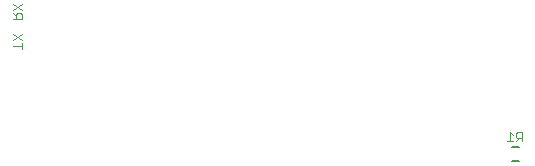
<source format=gbo>
G75*
G70*
%OFA0B0*%
%FSLAX24Y24*%
%IPPOS*%
%LPD*%
%AMOC8*
5,1,8,0,0,1.08239X$1,22.5*
%
%ADD10C,0.0030*%
%ADD11C,0.0060*%
D10*
X001840Y004761D02*
X001840Y004955D01*
X001840Y004858D02*
X001550Y004858D01*
X001550Y005056D02*
X001840Y005249D01*
X001840Y005056D02*
X001550Y005249D01*
X001550Y005761D02*
X001840Y005761D01*
X001840Y005906D01*
X001792Y005955D01*
X001695Y005955D01*
X001647Y005906D01*
X001647Y005761D01*
X001647Y005858D02*
X001550Y005955D01*
X001550Y006056D02*
X001840Y006249D01*
X001840Y006056D02*
X001550Y006249D01*
X018009Y001679D02*
X018202Y001679D01*
X018106Y001679D02*
X018106Y001969D01*
X018202Y001872D01*
X018304Y001824D02*
X018352Y001776D01*
X018497Y001776D01*
X018400Y001776D02*
X018304Y001679D01*
X018304Y001824D02*
X018304Y001921D01*
X018352Y001969D01*
X018497Y001969D01*
X018497Y001679D01*
D11*
X018403Y001483D02*
X018167Y001483D01*
X018167Y001010D02*
X018403Y001010D01*
M02*

</source>
